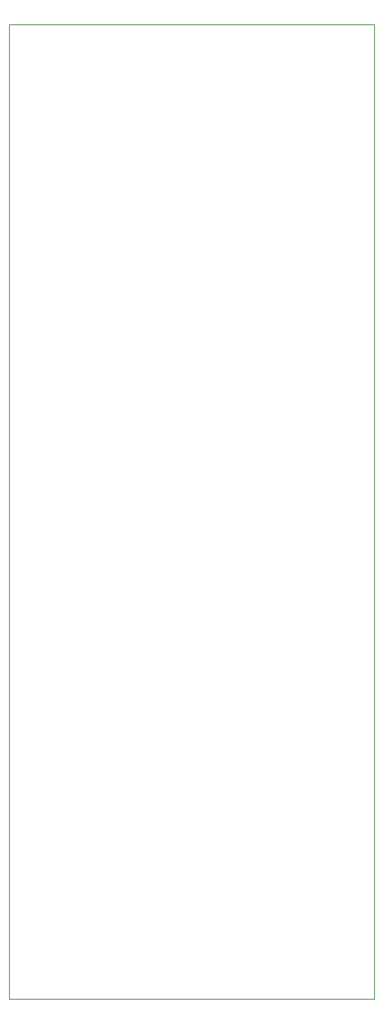
<source format=gbr>
%TF.GenerationSoftware,KiCad,Pcbnew,(5.1.6)-1*%
%TF.CreationDate,2020-06-22T20:05:39-05:00*%
%TF.ProjectId,NOISE_x_S_and_H,4e4f4953-455f-4785-9f53-5f616e645f48,rev?*%
%TF.SameCoordinates,Original*%
%TF.FileFunction,Profile,NP*%
%FSLAX46Y46*%
G04 Gerber Fmt 4.6, Leading zero omitted, Abs format (unit mm)*
G04 Created by KiCad (PCBNEW (5.1.6)-1) date 2020-06-22 20:05:39*
%MOMM*%
%LPD*%
G01*
G04 APERTURE LIST*
%TA.AperFunction,Profile*%
%ADD10C,0.200000*%
%TD*%
G04 APERTURE END LIST*
D10*
X64049999Y-205000000D02*
X64049999Y-5000000D01*
X-10949999Y-205000000D02*
X64049999Y-205000000D01*
X64049999Y-5000000D02*
X-10949999Y-5000000D01*
X-10949999Y-5000000D02*
X-10949999Y-205000000D01*
M02*

</source>
